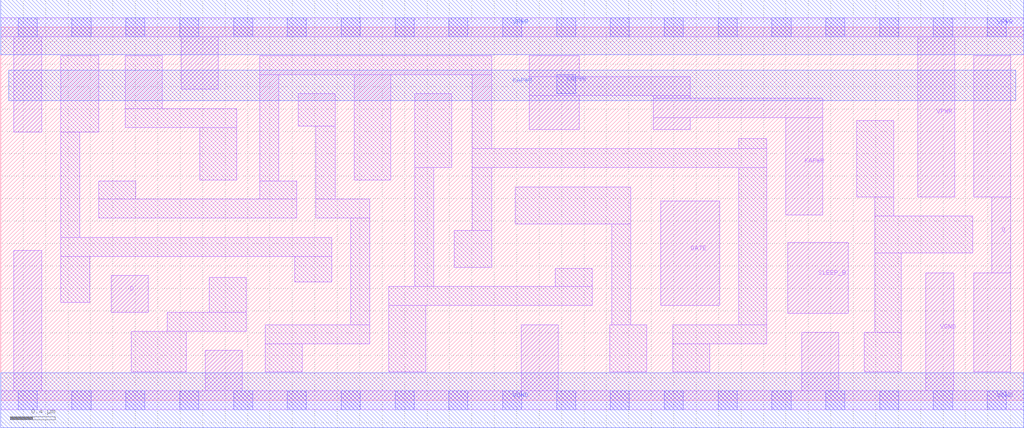
<source format=lef>
# Copyright 2020 The SkyWater PDK Authors
#
# Licensed under the Apache License, Version 2.0 (the "License");
# you may not use this file except in compliance with the License.
# You may obtain a copy of the License at
#
#     https://www.apache.org/licenses/LICENSE-2.0
#
# Unless required by applicable law or agreed to in writing, software
# distributed under the License is distributed on an "AS IS" BASIS,
# WITHOUT WARRANTIES OR CONDITIONS OF ANY KIND, either express or implied.
# See the License for the specific language governing permissions and
# limitations under the License.
#
# SPDX-License-Identifier: Apache-2.0

VERSION 5.7 ;
  NAMESCASESENSITIVE ON ;
  NOWIREEXTENSIONATPIN ON ;
  DIVIDERCHAR "/" ;
  BUSBITCHARS "[]" ;
UNITS
  DATABASE MICRONS 200 ;
END UNITS
MACRO sky130_fd_sc_lp__srdlxtp_1
  CLASS CORE ;
  SOURCE USER ;
  FOREIGN sky130_fd_sc_lp__srdlxtp_1 ;
  ORIGIN  0.000000  0.000000 ;
  SIZE  9.120000 BY  3.330000 ;
  SYMMETRY X Y R90 ;
  SITE unit ;
  PIN D
    ANTENNAGATEAREA  0.159000 ;
    DIRECTION INPUT ;
    USE SIGNAL ;
    PORT
      LAYER li1 ;
        RECT 0.985000 0.785000 1.315000 1.115000 ;
    END
  END D
  PIN Q
    ANTENNADIFFAREA  0.598500 ;
    DIRECTION OUTPUT ;
    USE SIGNAL ;
    PORT
      LAYER li1 ;
        RECT 8.675000 0.255000 9.005000 1.135000 ;
        RECT 8.675000 1.815000 9.005000 3.075000 ;
        RECT 8.835000 1.135000 9.005000 1.815000 ;
    END
  END Q
  PIN SLEEP_B
    ANTENNAGATEAREA  0.222000 ;
    DIRECTION INPUT ;
    USE SIGNAL ;
    PORT
      LAYER li1 ;
        RECT 7.015000 0.775000 7.555000 1.410000 ;
    END
  END SLEEP_B
  PIN GATE
    ANTENNAGATEAREA  0.159000 ;
    DIRECTION INPUT ;
    USE CLOCK ;
    PORT
      LAYER li1 ;
        RECT 5.885000 0.845000 6.410000 1.780000 ;
    END
  END GATE
  PIN KAPWR
    DIRECTION INOUT ;
    USE POWER ;
    PORT
      LAYER li1 ;
        RECT 4.710000 2.415000 5.155000 2.720000 ;
        RECT 4.710000 2.720000 6.145000 2.890000 ;
        RECT 4.710000 2.890000 5.155000 3.075000 ;
        RECT 5.815000 2.415000 6.145000 2.525000 ;
        RECT 5.815000 2.525000 7.330000 2.695000 ;
        RECT 5.815000 2.695000 6.145000 2.720000 ;
        RECT 7.000000 1.655000 7.330000 2.525000 ;
      LAYER mcon ;
        RECT 4.955000 2.735000 5.125000 2.905000 ;
      LAYER met1 ;
        RECT 0.070000 2.675000 9.050000 2.945000 ;
    END
  END KAPWR
  PIN VGND
    DIRECTION INOUT ;
    USE GROUND ;
    PORT
      LAYER li1 ;
        RECT 0.000000 -0.085000 9.120000 0.085000 ;
        RECT 0.115000  0.085000 0.365000 1.335000 ;
        RECT 1.825000  0.085000 2.155000 0.445000 ;
        RECT 4.640000  0.085000 4.970000 0.675000 ;
        RECT 7.140000  0.085000 7.470000 0.605000 ;
        RECT 8.245000  0.085000 8.495000 1.135000 ;
      LAYER mcon ;
        RECT 0.155000 -0.085000 0.325000 0.085000 ;
        RECT 0.635000 -0.085000 0.805000 0.085000 ;
        RECT 1.115000 -0.085000 1.285000 0.085000 ;
        RECT 1.595000 -0.085000 1.765000 0.085000 ;
        RECT 2.075000 -0.085000 2.245000 0.085000 ;
        RECT 2.555000 -0.085000 2.725000 0.085000 ;
        RECT 3.035000 -0.085000 3.205000 0.085000 ;
        RECT 3.515000 -0.085000 3.685000 0.085000 ;
        RECT 3.995000 -0.085000 4.165000 0.085000 ;
        RECT 4.475000 -0.085000 4.645000 0.085000 ;
        RECT 4.955000 -0.085000 5.125000 0.085000 ;
        RECT 5.435000 -0.085000 5.605000 0.085000 ;
        RECT 5.915000 -0.085000 6.085000 0.085000 ;
        RECT 6.395000 -0.085000 6.565000 0.085000 ;
        RECT 6.875000 -0.085000 7.045000 0.085000 ;
        RECT 7.355000 -0.085000 7.525000 0.085000 ;
        RECT 7.835000 -0.085000 8.005000 0.085000 ;
        RECT 8.315000 -0.085000 8.485000 0.085000 ;
        RECT 8.795000 -0.085000 8.965000 0.085000 ;
      LAYER met1 ;
        RECT 0.000000 -0.245000 9.120000 0.245000 ;
    END
  END VGND
  PIN VPWR
    DIRECTION INOUT ;
    USE POWER ;
    PORT
      LAYER li1 ;
        RECT 0.000000 3.245000 9.120000 3.415000 ;
        RECT 0.115000 2.395000 0.365000 3.245000 ;
        RECT 1.610000 2.775000 1.940000 3.245000 ;
        RECT 8.175000 1.815000 8.505000 3.245000 ;
      LAYER mcon ;
        RECT 0.155000 3.245000 0.325000 3.415000 ;
        RECT 0.635000 3.245000 0.805000 3.415000 ;
        RECT 1.115000 3.245000 1.285000 3.415000 ;
        RECT 1.595000 3.245000 1.765000 3.415000 ;
        RECT 2.075000 3.245000 2.245000 3.415000 ;
        RECT 2.555000 3.245000 2.725000 3.415000 ;
        RECT 3.035000 3.245000 3.205000 3.415000 ;
        RECT 3.515000 3.245000 3.685000 3.415000 ;
        RECT 3.995000 3.245000 4.165000 3.415000 ;
        RECT 4.475000 3.245000 4.645000 3.415000 ;
        RECT 4.955000 3.245000 5.125000 3.415000 ;
        RECT 5.435000 3.245000 5.605000 3.415000 ;
        RECT 5.915000 3.245000 6.085000 3.415000 ;
        RECT 6.395000 3.245000 6.565000 3.415000 ;
        RECT 6.875000 3.245000 7.045000 3.415000 ;
        RECT 7.355000 3.245000 7.525000 3.415000 ;
        RECT 7.835000 3.245000 8.005000 3.415000 ;
        RECT 8.315000 3.245000 8.485000 3.415000 ;
        RECT 8.795000 3.245000 8.965000 3.415000 ;
      LAYER met1 ;
        RECT 0.000000 3.085000 9.120000 3.575000 ;
    END
  END VPWR
  OBS
    LAYER li1 ;
      RECT 0.535000 0.875000 0.795000 1.285000 ;
      RECT 0.535000 1.285000 2.950000 1.455000 ;
      RECT 0.535000 1.455000 0.705000 2.395000 ;
      RECT 0.535000 2.395000 0.875000 3.075000 ;
      RECT 0.875000 1.625000 2.640000 1.795000 ;
      RECT 0.875000 1.795000 1.205000 1.955000 ;
      RECT 1.110000 2.435000 2.105000 2.605000 ;
      RECT 1.110000 2.605000 1.440000 3.075000 ;
      RECT 1.165000 0.255000 1.655000 0.615000 ;
      RECT 1.485000 0.615000 2.190000 0.785000 ;
      RECT 1.775000 1.965000 2.105000 2.435000 ;
      RECT 1.860000 0.785000 2.190000 1.095000 ;
      RECT 2.310000 1.795000 2.640000 1.955000 ;
      RECT 2.310000 1.955000 2.480000 2.905000 ;
      RECT 2.310000 2.905000 4.375000 3.075000 ;
      RECT 2.360000 0.255000 2.690000 0.505000 ;
      RECT 2.360000 0.505000 3.290000 0.675000 ;
      RECT 2.620000 1.055000 2.950000 1.285000 ;
      RECT 2.650000 2.445000 2.980000 2.735000 ;
      RECT 2.810000 1.625000 3.290000 1.795000 ;
      RECT 2.810000 1.795000 2.980000 2.445000 ;
      RECT 3.120000 0.675000 3.290000 1.625000 ;
      RECT 3.150000 1.965000 3.475000 2.905000 ;
      RECT 3.460000 0.255000 3.790000 0.845000 ;
      RECT 3.460000 0.845000 5.275000 1.015000 ;
      RECT 3.690000 1.015000 3.860000 2.075000 ;
      RECT 3.690000 2.075000 4.020000 2.735000 ;
      RECT 4.045000 1.185000 4.375000 1.515000 ;
      RECT 4.205000 1.515000 4.375000 2.075000 ;
      RECT 4.205000 2.075000 6.830000 2.245000 ;
      RECT 4.205000 2.245000 4.375000 2.905000 ;
      RECT 4.585000 1.575000 5.615000 1.905000 ;
      RECT 4.945000 1.015000 5.275000 1.175000 ;
      RECT 5.430000 0.255000 5.760000 0.675000 ;
      RECT 5.445000 0.675000 5.615000 1.575000 ;
      RECT 5.990000 0.255000 6.320000 0.505000 ;
      RECT 5.990000 0.505000 6.830000 0.675000 ;
      RECT 6.580000 0.675000 6.830000 2.075000 ;
      RECT 6.580000 2.245000 6.830000 2.335000 ;
      RECT 7.630000 1.815000 7.960000 2.495000 ;
      RECT 7.700000 0.255000 8.030000 0.605000 ;
      RECT 7.790000 0.605000 8.030000 1.315000 ;
      RECT 7.790000 1.315000 8.665000 1.645000 ;
      RECT 7.790000 1.645000 7.960000 1.815000 ;
  END
END sky130_fd_sc_lp__srdlxtp_1

</source>
